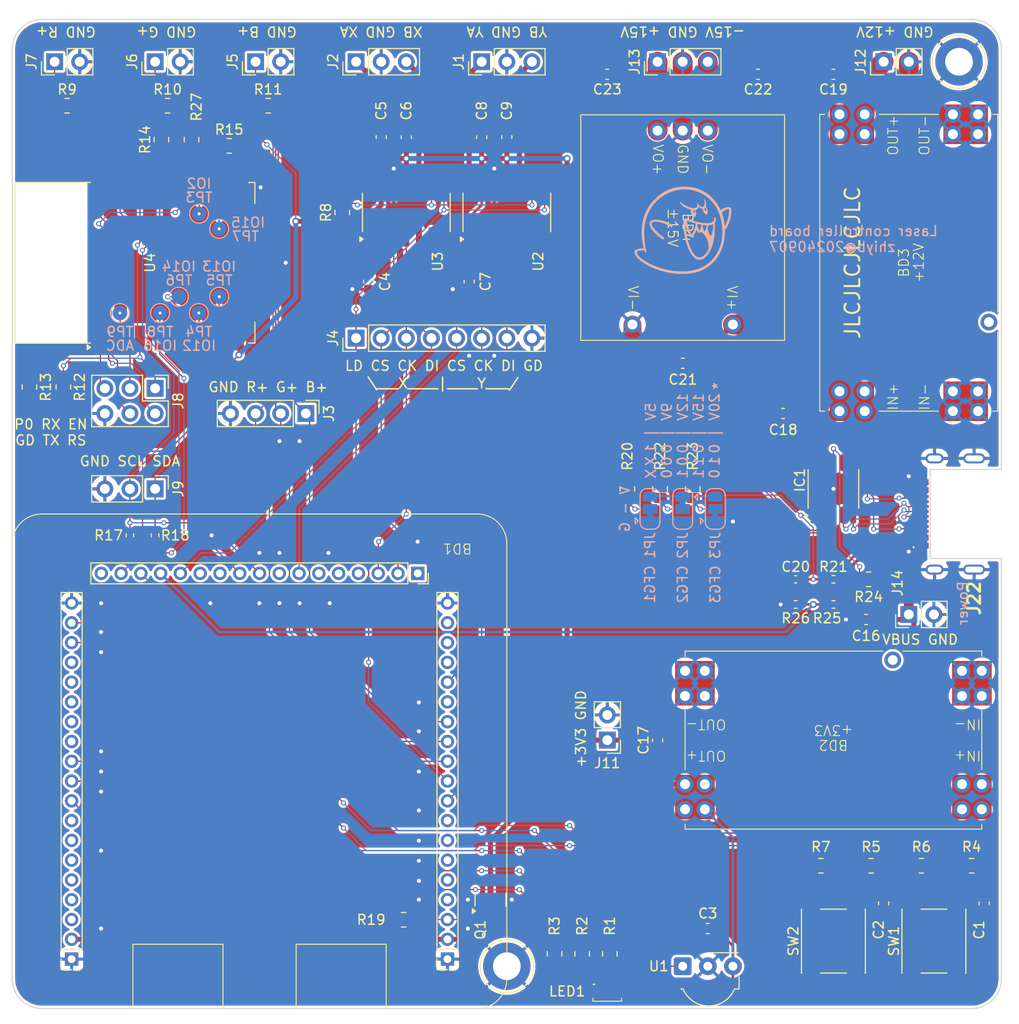
<source format=kicad_pcb>
(kicad_pcb (version 20240108) (generator "pcbnew") (generator_version "8.0")
  (layers (0 "F.Cu" signal) (31 "B.Cu" signal) (34 "B.Paste" user) (35 "F.Paste" user) (36 "B.SilkS" user "B.Silkscreen") (37 "F.SilkS" user "F.Silkscreen") (38 "B.Mask" user) (39 "F.Mask" user) (44 "Edge.Cuts" user))
  (net 0 "")
  (net 1 "GND")
  (net 2 "+3V3")
  (net 3 "Net-(LED1-K_GREEN)")
  (net 4 "Net-(LED1-K_BLUE)")
  (net 5 "Net-(LED1-K_RED)")
  (net 6 "/STM32F7/F7PB8")
  (net 7 "/STM32F7/F7PB9")
  (net 8 "/STM32F7/F7PA1")
  (net 9 "/STM32F7/F7PA0")
  (net 10 "/STM32F7/F7PA6")
  (net 11 "/STM32F7/F7PA2")
  (net 12 "/STM32F7/F7PA4")
  (net 13 "/STM32F7/F7PA10")
  (net 14 "/STM32F7/F7PA14")
  (net 15 "/STM32F7/F7PA9")
  (net 16 "/STM32F7/F7PA15")
  (net 17 "/STM32F7/F7PA13")
  (net 18 "/STM32F7/F7PC6")
  (net 19 "/STM32F7/F7PC7")
  (net 20 "/STM32F7/F7PC1")
  (net 21 "/STM32F7/F7PC10")
  (net 22 "/STM32F7/F7PC12")
  (net 23 "/STM32F7/F7PC9")
  (net 24 "/STM32F7/F7PC11")
  (net 25 "/STM32F7/F7PC8")
  (net 26 "/STM32F7/F7PC15")
  (net 27 "/STM32F7/F7PB3")
  (net 28 "/STM32F7/F7PB4")
  (net 29 "/STM32F7/F7PB6")
  (net 30 "/STM32F7/F7PB7")
  (net 31 "/STM32F7/F7PB2")
  (net 32 "/STM32F7/F7PB14")
  (net 33 "/STM32F7/F7PB15")
  (net 34 "VBUS")
  (net 35 "/Power/P_DM")
  (net 36 "/Power/P_CC2")
  (net 37 "/Power/P_DP")
  (net 38 "/Power/P_CC1")
  (net 39 "/Power/12V_EN")
  (net 40 "+12V")
  (net 41 "+15V")
  (net 42 "-15V")
  (net 43 "/Power/CFG2")
  (net 44 "/Power/CFG1")
  (net 45 "/Power/CFG3")
  (net 46 "/Power/PG")
  (net 47 "Net-(IC1-VBUS)")
  (net 48 "/STM32F7/F7PD2")
  (net 49 "Net-(J1-Pin_1)")
  (net 50 "Net-(J1-Pin_3)")
  (net 51 "Net-(J2-Pin_3)")
  (net 52 "Net-(J2-Pin_1)")
  (net 65 "/STM32F7/ESP8266/GPIO0")
  (net 66 "/STM32F7/ESP8266/EN")
  (net 67 "/STM32F7/ESP8266/RST")
  (net 68 "/STM32F7/ESP8266/GPIO2")
  (net 69 "/STM32F7/ESP8266/ADC")
  (net 70 "/STM32F7/ESP8266/GPIO3")
  (net 71 "/STM32F7/ESP8266/GPIO1")
  (net 72 "/STM32F7/ESP8266/GPIO15")
  (net 73 "/STM32F7/ESP8266/GPIO13")
  (net 74 "/STM32F7/ESP8266/GPIO12")
  (net 75 "/STM32F7/ESP8266/GPIO14")
  (net 76 "/BTN_1")
  (net 77 "Net-(R5-Pad1)")
  (net 78 "/BTN_2")
  (net 79 "/IR")
  (net 80 "/VSENSE")
  (net 81 "Net-(JP3-C)")
  (net 82 "/Power/CH_VDD")
  (net 83 "/STM32F7/Laser DAC/SHDN")
  (net 84 "/STM32F7/VF7_VBUS")
  (net 85 "/STM32F7/VF7")
  (net 104 "Net-(JP1-C)")
  (net 105 "Net-(JP2-C)")
  (net 106 "Net-(R4-Pad1)")
  (footprint "Resistor_SMD:R_0402_1005Metric" (layer "F.Cu") (at 219.21 109.144 180)
    (property "Reference" "R26")
    (property "Value" "2k2")
  )
  (footprint "Connector_PinHeader_2.54mm:PinHeader_1x02_P2.54mm_Vertical" (layer "F.Cu") (at 144.28 54.28 90)
    (property "Reference" "J7")
    (property "Value" "Conn_01x02_Pin")
  )
  (footprint "Capacitor_SMD:C_0603_1608Metric" (layer "F.Cu") (at 205.24 122.873 90)
    (property "Reference" "C17")
    (property "Value" "100n")
  )
  (footprint "Resistor_SMD:R_0402_1005Metric" (layer "F.Cu") (at 223.02 109.144 180)
    (property "Reference" "R25")
    (property "Value" "20k")
  )
  (footprint "Resistor_SMD:R_0805_2012Metric" (layer "F.Cu") (at 194.826 144.45 -90)
    (property "Reference" "R3")
    (property "Value" "330")
  )
  (footprint "Resistor_SMD:R_0805_2012Metric" (layer "F.Cu") (at 173.363 69.52 90)
    (property "Reference" "R8")
    (property "Value" "10k")
  )
  (footprint "Resistor_SMD:R_0805_2012Metric" (layer "F.Cu") (at 145.169 87.173 -90)
    (property "Reference" "R12")
    (property "Value" "10k")
  )
  (footprint "Connector_PinHeader_2.54mm:PinHeader_1x04_P2.54mm_Vertical" (layer "F.Cu") (at 169.68 89.84 -90)
    (property "Reference" "J3")
    (property "Value" "Conn_01x04_Pin")
  )
  (footprint "Resistor_SMD:R_0805_2012Metric" (layer "F.Cu") (at 158.123 62.154 90)
    (property "Reference" "R27")
    (property "Value" "10k")
  )
  (footprint "Resistor_SMD:R_0805_2012Metric" (layer "F.Cu") (at 226.83 135.56)
    (property "Reference" "R5")
    (property "Value" "10k")
  )
  (footprint "OptoDevice:Vishay_MOLD-3Pin" (layer "F.Cu") (at 207.78 145.72)
    (property "Reference" "U1")
    (property "Value" "TSDP341xx")
  )
  (footprint "Connector_PinHeader_2.54mm:PinHeader_1x03_P2.54mm_Vertical" (layer "F.Cu") (at 205.24 54.28 90)
    (property "Reference" "J13")
    (property "Value" "Conn_01x03_Pin")
  )
  (footprint "Connector_PinHeader_2.54mm:PinHeader_1x03_P2.54mm_Vertical" (layer "F.Cu") (at 154.44 97.46 -90)
    (property "Reference" "J9")
    (property "Value" "Conn_01x03_Pin")
  )
  (footprint "RF_Module:ESP-12E" (layer "F.Cu") (at 152.408 74.6 90)
    (property "Reference" "U4")
    (property "Value" "ESP-12F")
  )
  (footprint "Resistor_SMD:R_0805_2012Metric" (layer "F.Cu") (at 161.933 62.789 180)
    (property "Reference" "R15")
    (property "Value" "10k")
  )
  (footprint "Button_Switch_SMD:SW_Push_1P1T_NO_6x6mm_H9.5mm" (layer "F.Cu") (at 223.02 143.18 90)
    (property "Reference" "SW2")
    (property "Value" "SW_Push")
  )
  (footprint "Library:2169900001" (layer "F.Cu") (at 235.72 100 90)
    (property "Reference" "J10" (hide yes))
    (property "Value" "216990-0001" (hide yes))
  )
  (footprint "Package_SO:SSOP-10-1EP_3.9x4.9mm_P1mm_EP2.1x3.3mm" (layer "F.Cu") (at 223.02 97.46 90)
    (property "Reference" "IC1")
    (property "Value" "CH224K")
  )
  (footprint "Capacitor_SMD:C_0603_1608Metric" (layer "F.Cu") (at 187.46 61.9 90)
    (property "Reference" "C8")
    (property "Value" "100n")
  )
  (footprint "Capacitor_SMD:C_0603_1608Metric" (layer "F.Cu") (at 215.4 55.55)
    (property "Reference" "C22")
    (property "Value" "100n")
  )
  (footprint "Resistor_SMD:R_0805_2012Metric" (layer "F.Cu") (at 205.494 97.46 90)
    (property "Reference" "R22")
    (property "Value" "10k")
  )
  (footprint "Connector_PinHeader_2.54mm:PinHeader_1x02_P2.54mm_Vertical" (layer "F.Cu") (at 154.44 54.28 90)
    (property "Reference" "J6")
    (property "Value" "Conn_01x02_Pin")
  )
  (footprint "Package_SO:SOIC-14_3.9x8.7mm_P1.27mm" (layer "F.Cu") (at 179.84 69.52 90)
    (property "Reference" "U3")
    (property "Value" "MCP4922")
  )
  (footprint "Resistor_SMD:R_0805_2012Metric" (layer "F.Cu") (at 155.71 58.725)
    (property "Reference" "R10")
    (property "Value" "10k")
  )
  (footprint "Resistor_SMD:R_0402_1005Metric" (layer "F.Cu") (at 151.9 102.159 90)
    (property "Reference" "R17")
    (property "Value" "2k2")
  )
  (footprint "Connector_PinHeader_2.54mm:PinHeader_2x03_P2.54mm_Vertical" (layer "F.Cu") (at 154.44 87.3 -90)
    (property "Reference" "J8")
    (property "Value" "Conn_02x03_Odd_Even")
  )
  (footprint "Resistor_SMD:R_0805_2012Metric" (layer "F.Cu") (at 221.75 135.56 180)
    (property "Reference" "R7")
    (property "Value" "10k")
  )
  (footprint "Resistor_SMD:R_0805_2012Metric" (layer "F.Cu") (at 236.99 135.56)
    (property "Reference" "R4")
    (property "Value" "10k")
  )
  (footprint "Capacitor_SMD:C_0603_1608Metric" (layer "F.Cu") (at 226.322 110.668 180)
    (property "Reference" "C16")
    (property "Value" "100n")
  )
  (footprint "Capacitor_SMD:C_0603_1608Metric" (layer "F.Cu") (at 238.26 139.37 -90)
    (property "Reference" "C1")
    (property "Value" "100n")
  )
  (footprint "Resistor_SMD:R_0805_2012Metric" (layer "F.Cu") (at 141.74 87.173 -90)
    (property "Reference" "R13")
    (property "Value" "10k")
  )
  (footprint "TestPoint:TestPoint_Loop_D3.80mm_Drill2.8mm" (layer "F.Cu") (at 190 145.72)
    (property "Reference" "TP2" (hide yes))
    (property "Value" "TestPoint_Probe")
  )
  (footprint "Capacitor_SMD:C_0603_1608Metric" (layer "F.Cu") (at 186.19 76.505 -90)
    (property "Reference" "C7")
    (property "Value" "100n")
  )
  (footprint "Connector_PinHeader_2.54mm:PinHeader_1x02_P2.54mm_Vertical" (layer "F.Cu") (at 200.16 122.86 180)
    (property "Reference" "J11")
    (property "Value" "Conn_01x02_Pin")
  )
  (footprint "Library:Mini560" (layer "F.Cu") (at 223.02 122.86 180)
    (property "Reference" "BD2")
    (property "Value" "+3V3")
  )
  (footprint "Connector_PinHeader_2.54mm:PinHeader_1x03_P2.54mm_Vertical" (layer "F.Cu") (at 187.46 54.28 90)
    (property "Reference" "J1")
    (property "Value" "Conn_01x03_Pin")
  )
  (footprint "Capacitor_SMD:C_0603_1608Metric" (layer "F.Cu") (at 223.02 55.55 180)
    (property "Reference" "C19")
    (property "Value" "100n")
  )
  (footprint "Capacitor_SMD:C_0402_1005Metric" (layer "F.Cu") (at 219.21 106.604 180)
    (property "Reference" "C20")
    (property "Value" "1u")
  )
  (footprint "Capacitor_SMD:C_0603_1608Metric" (layer "F.Cu") (at 200.16 55.55 180)
    (property "Reference" "C23")
    (property "Value" "100n")
  )
  (footprint "Connector_PinHeader_2.54mm:PinHeader_1x02_P2.54mm_Vertical" (layer "F.Cu") (at 230.64 110.16 90)
    (property "Reference" "J14")
    (property "Value" "Conn_01x02_Pin")
  )
  (footprint "Resistor_SMD:R_0402_1005Metric" (layer "F.Cu") (at 223.02 106.604 180)
    (property "Reference" "R21")
    (property "Value" "1k")
  )
  (footprint "Resistor_SMD:R_0805_2012Metric" (layer "F.Cu") (at 165.87 58.725)
    (property "Reference" "R11")
    (property "Value" "10k")
  )
  (footprint "Connector_PinHeader_2.54mm:PinHeader_1x02_P2.54mm_Vertical" (layer "F.Cu") (at 228.1 54.28 90)
    (property "Reference" "J12")
    (property "Value" "Conn_01x02_Pin")
  )
  (footprint "Resistor_SMD:R_0805_2012Metric" (layer "F.Cu") (at 231.91 135.56 180)
    (property "Reference" "R6")
    (property "Value" "10k")
  )
  (footprint "Library:BD_STM32F7" (layer "F.Cu") (at 190 100 180)
    (property "Reference" "BD1")
    (property "Value" "STM32F7")
  )
  (footprint "Resistor_SMD:R_0805_2012Metric" (layer "F.Cu") (at 155.075 62.154 90)
    (property "Reference" "R14")
    (property "Value" "10k")
  )
  (footprint "Package_SO:SOIC-14_3.9x8.7mm_P1.27mm" (layer "F.Cu") (at 190 69.52 90)
    (property "Reference" "U2")
    (property "Value" "MCP4922")
  )
  (footprint "Library:DM17" (layer "F.Cu") (at 207.78 71.044 -90)
    (property "Reference" "BD4")
    (property "Value" "±15V")
  )
  (footprint "TestPoint:TestPoint_Loop_D3.80mm_Drill2.8mm" (layer "F.Cu") (at 235.72 54.28)
    (property "Reference" "TP1" (hide yes))
    (property "Value" "TestPoint_Probe")
  )
  (footprint "Library:Mini560" (layer "F.Cu") (at 230.64 74.6 90)
    (property "Reference" "BD3")
    (property "Value" "+12V")
  )
  (footprint "Connector_PinHeader_2.54mm:PinHeader_1x02_P2.54mm_Vertical" (layer "F.Cu") (at 164.6 54.28 90)
    (property "Reference" "J5")
    (property "Value" "Conn_01x02_Pin")
  )
  (footprint "Capacitor_SMD:C_0603_1608Metric" (layer "F.Cu") (at 176.03 76.505 -90)
    (property "Reference" "C4")
    (property "Value" "100n")
  )
  (footprint "Capacitor_SMD:C_0603_1608Metric" (layer "F.Cu") (at 207.793 84.76 180)
    (property "Reference" "C21")
    (property "Value" "100n")
  )
  (footprint "Resistor_SMD:R_0805_2012Metric" (layer "F.Cu") (at 145.55 58.725)
    (property "Reference" "R9")
    (property "Value" "10k")
  )
  (footprint "Resistor_SMD:R_0805_2012Metric" (layer "F.Cu") (at 202.192 97.46 90)
    (property "Reference" "R20")
    (property "Value" "10k")
  )
  (footprint "Capacitor_SMD:C_0603_1608Metric" (layer "F.Cu") (at 179.84 61.9 90)
    (property "Reference" "C6")
    (property "Value" "100n")
  )
  (footprint "Resistor_SMD:R_0805_2012Metric" (layer "F.Cu") (at 197.62 144.45 -90)
    (property "Reference" "R2")
    (property "Value" "330")
  )
  (footprint "Package_TO_SOT_SMD:SOT-23" (layer "F.Cu") (at 188.349 138.989 90)
    (property "Reference" "Q1")
    (property "Value" "DMG2301L")
  )
  (footprint "Capacitor_SMD:C_0603_1608Metric" (layer "F.Cu") (at 210.32 141.91 180)
    (property "Reference" "C3")
    (property "Value" "100n")
  )
  (footprint "Connector_PinHeader_2.54mm:PinHeader_1x08_P2.54mm_Vertical" (layer "F.Cu") (at 174.76 82.22 90)
    (property "Reference" "J4")
    (property "Value" "Conn_01x08_Pin")
  )
  (footprint "Resistor_SMD:R_0805_2012Metric" (layer "F.Cu") (at 208.796 97.46 90)
    (property "Reference" "R23")
    (property "Value" "10k")
  )
  (footprint "Button_Switch_SMD:SW_Push_1P1T_NO_6x6mm_H9.5mm" (layer "F.Cu") (at 233.18 143.18 90)
    (property "Reference" "SW1")
    (property "Value" "SW_Push")
  )
  (footprint "Resistor_SMD:R_0805_2012Metric" (layer "F.Cu") (at 200.414 144.45 -90)
    (property "Reference" "R1")
    (property "Value" "330")
  )
  (footprint "Resistor_SMD:R_0805_2012Metric" (layer "F.Cu") (at 179.5625 141.021)
    (property "Reference" "R19")
    (property "Value" "10k")
  )
  (footprint "Capacitor_SMD:C_0603_1608Metric" (layer "F.Cu") (at 217.94 89.84 180)
    (property "Reference" "C18")
    (property "Value" "100n")
  )
  (footprint "Resistor_SMD:R_0805_2012Metric" (layer "F.Cu") (at 226.576 106.604 180)
    (property "Reference" "R24")
    (property "Value" "10k")
  )
  (footprint "Capacitor_SMD:C_0603_1608Metric" (layer "F.Cu") (at 228.1 139.37 -90)
    (property "Reference" "C2")
    (property "Value" "100n")
  )
  (footprint "Connector_PinHeader_2.54mm:PinHeader_1x03_P2.54mm_Vertical" (layer "F.Cu") (at 174.76 54.28 90)
    (property "Reference" "J2")
    (property "Value" "Conn_01x03_Pin")
  )
  (footprint "Capacitor_SMD:C_0603_1608Metric" (layer "F.Cu") (at 190 61.9 90)
    (property "Reference" "C9")
    (property "Value" "100n")
  )
  (footprint "Library:MSL0601RGBU1" (layer "F.Cu") (at 200.16 148.26 180)
    (property "Reference" "LED1")
    (property "Value" "MSL0601RGBU1" (hide yes))
  )
  (footprint "Resistor_SMD:R_0402_1005Metric" (layer "F.Cu") (at 154.44 102.159 90)
    (property "Reference" "R18")
    (property "Value" "2k2")
  )
  (footprint "Capacitor_SMD:C_0603_1608Metric" (layer "F.Cu") (at 177.3 61.9 90)
    (property "Reference" "C5")
    (property "Value" "100n")
  )
  (footprint "TestPoint:TestPoint_Pad_D1.5mm" (layer "B.Cu") (at 156.853 78.029 180)
    (property "Reference" "TP6")
    (property "Value" "TestPoint")
  )
  (footprint "TestPoint:TestPoint_Pad_D1.5mm" (layer "B.Cu") (at 160.926 78.029 180)
    (property "Reference" "TP5")
    (property "Value" "TestPoint")
  )
  (footprint "TestPoint:TestPoint_Pad_D1.5mm" (layer "B.Cu") (at 154.948 79.68 180)
    (property "Reference" "TP8")
    (property "Value" "TestPoint")
  )
  (footprint "TestPoint:TestPoint_Pad_D1.5mm" (layer "B.Cu") (at 158.885 69.647 180)
    (property "Reference" "TP3")
    (property "Value" "TestPoint")
  )
  (footprint "TestPoint:TestPoint_Pad_D1.5mm" (layer "B.Cu") (at 150.884 79.68 180)
    (property "Reference" "TP9")
    (property "Value" "TestPoint")
  )
  (footprint "Jumper:SolderJumper-3_P1.3mm_Bridged12_RoundedPad1.0x1.5mm" (layer "B.Cu") (at 207.78 99.492 -90)
    (property "Reference" "JP2")
    (property "Value" "SolderJumper_3_Bridged12")
  )
  (footprint "LOGO" (layer "B.Cu") (at 207.78 71.298 180)
    (property "Reference" "" (hide yes))
    (property "Value" "LOGO" (hide yes))
  )
  (footprint "Jumper:SolderJumper-3_P1.3mm_Bridged12_RoundedPad1.0x1.5mm" (layer "B.Cu") (at 211.082 99.492 90)
    (property "Reference" "JP3")
    (property "Value" "SolderJumper_3_Bridged12")
  )
  (footprint "TestPoint:TestPoint_Pad_D1.5mm" (layer "B.Cu") (at 158.862 79.68 180)
    (property "Reference" "TP4")
    (property "Value" "TestPoint")
  )
  (footprint "LOGO" (layer "B.Cu") (at 207.78 71.298 180)
    (property "Reference" "" (hide yes))
    (property "Value" "LOGO" (hide yes))
  )
  (footprint "Jumper:SolderJumper-3_P1.3mm_Bridged12_RoundedPad1.0x1.5mm" (layer "B.Cu") (at 204.478 99.492 90)
    (property "Reference" "JP1")
    (property "Value" "SolderJumper_3_Bridged12")
  )
  (footprint "TestPoint:TestPoint_Pad_D1.5mm" (layer "B.Cu") (at 160.917 71.171 180)
    (property "Reference" "TP7")
    (property "Value" "TestPoint")
  )
  (gr_line (start 140 53) (end 140 100) (stroke (width 0.1)) (layer "Edge.Cuts"))
  (gr_line (start 240 95.5) (end 240 53) (stroke (width 0.1)) (layer "Edge.Cuts"))
  (gr_line (start 240 104.5) (end 232.8 104.5) (stroke (width 0.1)) (layer "Edge.Cuts"))
  (gr_arc (start 237 50) (mid 239.12132 50.87868) (end 240 53) (stroke (width 0.1)) (layer "Edge.Cuts"))
  (gr_arc (start 240 147) (mid 239.12132 149.12132) (end 237 150) (stroke (width 0.1)) (layer "Edge.Cuts"))
  (gr_line (start 237 50) (end 143 50) (stroke (width 0.1)) (layer "Edge.Cuts"))
  (gr_line (start 232.8 104.5) (end 232.8 95.5) (stroke (width 0.1)) (layer "Edge.Cuts"))
  (gr_line (start 232.8 95.5) (end 240 95.5) (stroke (width 0.1)) (layer "Edge.Cuts"))
  (gr_line (start 143 150) (end 237 150) (stroke (width 0.1)) (layer "Edge.Cuts"))
  (gr_arc (start 140 53) (mid 140.87868 50.87868) (end 143 50) (stroke (width 0.1)) (layer "Edge.Cuts"))
  (gr_line (start 140 100) (end 140 147) (stroke (width 0.1)) (layer "Edge.Cuts"))
  (gr_arc (start 143 150) (mid 140.87868 149.12132) (end 140 147) (stroke (width 0.1)) (layer "Edge.Cuts"))
  (gr_line (start 240 147) (end 240 104.5) (stroke (width 0.1)) (layer "Edge.Cuts"))
  (gr_text "CFG1" (at 204.478 107.112 90) (layer "B.SilkS") (effects (font (size 1 1)) (justify mirror)))
  (gr_text "Power" (at 236.101 109.017 90) (layer "B.SilkS") (effects (font (size 1 1)) (justify mirror)))
  (gr_text "1\n0\n0\n0\n0" (at 207.78 93.396 90) (layer "B.SilkS") (effects (font (size 1 1)) (justify mirror)))
  (gr_text "V - G" (at 201.938 99.492 90) (layer "B.SilkS") (effects (font (size 1 1)) (justify mirror)))
  (gr_text "ADC" (at 150.884 82.982 0) (layer "B.SilkS") (effects (font (size 1 1)) (justify mirror)))
  (gr_text "CFG2" (at 207.78 107.112 90) (layer "B.SilkS") (effects (font (size 1 1)) (justify mirror)))
  (gr_text "X\n0\n1\n1\n0" (at 207.78 95.936 90) (layer "B.SilkS") (effects (font (size 1 1)) (justify mirror)))
  (gr_text "IO14" (at 156.853 74.981 0) (layer "B.SilkS") (effects (font (size 1 1)) (justify mirror)))
  (gr_text "IO15" (at 163.838 70.536 0) (layer "B.SilkS") (effects (font (size 1 1)) (justify mirror)))
  (gr_text "5V |\n9V |\n12V |\n15V |\n20V |" (at 207.78 92.38 90) (layer "B.SilkS") (effects (font (size 1 1)) (justify right mirror)))
  (gr_text "IO16" (at 154.948 82.982 0) (layer "B.SilkS") (effects (font (size 1 1)) (justify mirror)))
  (gr_text "IO12" (at 158.885 82.982 0) (layer "B.SilkS") (effects (font (size 1 1)) (justify mirror)))
  (gr_text "IO2" (at 158.885 66.599 0) (layer "B.SilkS") (effects (font (size 1 1)) (justify mirror)))
  (gr_text "X\n0\n0\n1\n1" (at 207.78 94.666 90) (layer "B.SilkS") (effects (font (size 1 1)) (justify mirror)))
  (gr_text "IO13" (at 160.917 74.981 0) (layer "B.SilkS") (effects (font (size 1 1)) (justify mirror)))
  (gr_text "Laser controller board\nzhiyb@20240907" (at 216.416 73.584 0) (layer "B.SilkS") (effects (font (size 1 1)) (justify right bottom mirror)))
  (gr_text "CFG3" (at 211.082 107.112 90) (layer "B.SilkS") (effects (font (size 1 1)) (justify mirror)))
  (gr_text "*" (at 211.336 87.046 90) (layer "B.SilkS") (effects (font (size 1 1)) (justify mirror)))
  (gr_text "JLCJLCJLCJLC" (at 224.9504 74.6 90) (layer "F.SilkS") (effects (font (size 1.5 1.5) (thickness 0.2))))
  (gr_text "J22" (at 237.244 108.509 90) (layer "F.SilkS") (effects (font (size 1.27 1.27) (thickness 0.254))))
  (gr_text "XB GND XA" (at 177.3 51.232 180) (layer "F.SilkS") (effects (font (size 1 1))))
  (gr_text "GND R+" (at 145.423 51.232 180) (layer "F.SilkS") (effects (font (size 1 1))))
  (gr_text "GND G+" (at 155.583 51.232 180) (layer "F.SilkS") (effects (font (size 1 1))))
  (gr_text "VBUS GND" (at 231.783 112.7 0) (layer "F.SilkS") (effects (font (size 1 1))))
  (gr_text "GND R+ G+ B+" (at 165.87 87.173 0) (layer "F.SilkS") (effects (font (size 1 1))))
  (gr_text "+3V3 GND" (at 197.493 121.717 90) (layer "F.SilkS") (effects (font (size 1 1))))
  (gr_text "GND B+" (at 165.743 51.232 180) (layer "F.SilkS") (effects (font (size 1 1))))
  (gr_text "-15V GND +15V" (at 207.78 51.232 180) (layer "F.SilkS") (effects (font (size 1 1))))
  (gr_text "GND +12V" (at 229.243 51.232 180) (layer "F.SilkS") (effects (font (size 1 1))))
  (gr_text "GND SCL SDA" (at 151.9 94.666 0) (layer "F.SilkS") (effects (font (size 1 1))))
  (gr_text "YB GND YA" (at 190 51.232 180) (layer "F.SilkS") (effects (font (size 1 1))))
  (gr_text "LD CS CK DI CS CK DI GD" (at 183.65 85.014 0) (layer "F.SilkS") (effects (font (size 1 1))))
  (gr_text "\\___X____|____Y___/" (at 183.65 86.792 0) (layer "F.SilkS") (effects (font (size 1 1))))
  (gr_text "P0 RX EN\nGD TX RS" (at 143.899 91.745 0) (layer "F.SilkS") (effects (font (size 1 1))))
  (segment (start 232.095 96.65) (end 231.1 96.65) (width 0.254) (layer "F.Cu") (net 1))
  (segment (start 232.912 59.6) (end 235.1 59.6) (width 2) (layer "F.Cu") (net 1))
  (segment (start 231.1 103.35) (end 230.64 103.81) (width 0.254) (layer "F.Cu") (net 1))
  (segment (start 207.78 61.244) (end 207.78 54.28) (width 2) (layer "F.Cu") (net 1))
  (segment (start 218.7 109.144) (end 217.686 109.144) (width 0.254) (layer "F.Cu") (net 1))
  (segment (start 232.095 103.35) (end 231.1 103.35) (width 0.254) (layer "F.Cu") (net 1))
  (segment (start 218.7 109.144) (end 218.7 106.634) (width 0.254) (layer "F.Cu") (net 1))
  (segment (start 202.7 80.844) (end 202.7 83.744) (width 1.8) (layer "F.Cu") (net 1))
  (segment (start 235.1 89.6) (end 232.559 89.6) (width 1.8) (layer "F.Cu") (net 1))
  (segment (start 225.547 110.668) (end 224.29 110.668) (width 0.254) (layer "F.Cu") (net 1))
  (segment (start 218.7 106.634) (end 218.73 106.604) (width 0.254) (layer "F.Cu") (net 1))
  (segment (start 231.1 96.65) (end 230.64 96.19) (width 0.254) (layer "F.Cu") (net 1))
  (segment (start 230.64 57.328) (end 232.912 59.6) (width 2) (layer "F.Cu") (net 1))
  (segment (start 230.64 54.28) (end 230.64 57.328) (width 2) (layer "F.Cu") (net 1))
  (via (at 230.64 103.81) (size 0.7) (drill 0.4) (layers "F.Cu" "B.Cu") (net 1))
  (via (at 190.508 138.989) (size 0.7) (drill 0.4) (layers "F.Cu" "B.Cu") (net 1))
  (via (at 148.979 126.035) (size 0.7) (drill 0.4) (layers "F.Cu" "B.Cu") (net 1))
  (via (at 181.11 138.989) (size 0.7) (drill 0.4) (layers "F.Cu" "B.Cu") (net 1))
  (via (at 181.11 133.02) (size 0.7) (drill 0.4) (layers "F.Cu" "B.Cu") (net 1))
  (via (at 186.063 141.91) (size 0.7) (drill 0.4) (layers "F.Cu" "B.Cu") (net 1))
  (via (at 148.979 111.938) (size 0.7) (drill 0.4) (layers "F.Cu" "B.Cu") (net 1))
  (via (at 181.11 119.05) (size 0.7) (drill 0.4) (layers "F.Cu" "B.Cu") (net 1))
  (via (at 181.11 137.084) (size 0.7) (drill 0.4) (layers "F.Cu" "B.Cu") (net 1))
  (via (at 148.979 109.017) (size 0.7) (drill 0.4) (layers "F.Cu" "B.Cu") (net 1))
  (via (at 186.063 138.989) (size 0.7) (drill 0.4) (layers "F.Cu" "B.Cu") (net 1))
  (via (at 181.11 121.971) (size 0.7) (drill 0.4) (layers "F.Cu" "B.Cu") (net 1))
  (via (at 164.981 109.017) (size 0.7) (drill 0.4) (layers "F.Cu" "B.Cu") (net 1))
  (via (at 167.013 103.937) (size 0.7) (drill 0.4) (layers "F.Cu" "B.Cu") (net 1))
  (via (at 148.979 124.003) (size 0.7) (drill 0.4) (layers "F.Cu" "B.Cu") (net 1))
  (via (at 181.11 129.972) (size 0.7) (drill 0.4) (layers "F.Cu" "B.Cu") (net 1))
  (via (at 180.983 102.794) (size 0.7) (drill 0.4) (layers "F.Cu" "B.Cu") (net 1))
  (via (at 169.045 109.017) (size 0.7) (drill 0.4) (layers "F.Cu" "B.Cu") (net 1))
  (via (at 181.11 135.052) (size 0.7) (drill 0.4) (layers "F.Cu" "B.Cu") (net 1))
  (via (at 171.966 103.937) (size 0.7) (drill 0.4) (layers "F.Cu" "B.Cu") (net 1))
  (via (at 178.57 65.075) (size 0.7) (drill 0.4) (layers "F.Cu" "B.Cu") (net 1))
  (via (at 181.11 126.035) (size 0.7) (drill 0.4) (layers "F.Cu" "B.Cu") (net 1))
  (via (at 186.19 83.998) (size 0.7) (drill 0.4) (layers "F.Cu" "B.Cu") (net 1))
  (via (at 174.379 77.267) (size 0.7) (drill 0.4) (layers "F.Cu" "B.Cu") (net 1))
  (via (at 167.013 109.017) (size 0.7) (drill 0.4) (layers "F.Cu" "B.Cu") (net 1))
  (via (at 230.64 96.19) (size 0.7) (drill 0.4) (layers "F.Cu" "B.Cu") (net 1))
  (via (at 224.29 110.668) (size 0.7) (drill 0.4) (layers "F.Cu" "B.Cu") (net 1))
  (via (at 160.155 102.159) (size 0.7) (drill 0.4) (layers "F.Cu" "B.Cu") (net 1))
  (via (at 148.979 134.036) (size 0.7) (drill 0.4) (layers "F.Cu" "B.Cu") (net 1))
  (via (at 188.73 65.075) (size 0.7) (drill 0.4) (layers "F.Cu" "B.Cu") (net 1))
  (via (at 167.648 74.6) (size 0.7) (drill 0.4) (layers "F.Cu" "B.Cu") (net 1))
  (via (at 148.979 128.067) (size 0.7) (drill 0.4) (layers "F.Cu" "B.Cu") (net 1))
  (via (at 160.028 109.017) (size 0.7) (drill 0.4) (layers "F.Cu" "B.Cu") (net 1))
  (via (at 217.686 109.144) (size 0.7) (drill 0.4) (layers "F.Cu" "B.Cu") (net 1))
  (via (at 223.02 97.46) (size 0.7) (drill 0.4) (layers "F.Cu" "B.Cu") (net 1))
  (via (at 188.73 83.998) (size 0.7) (drill 0.4) (layers "F.Cu" "B.Cu") (net 1))
  (via (at 169.045 92.634) (size 0.7) (drill 0.4) (layers "F.Cu" "B.Cu") (net 1))
  (via (at 148.979 113.97) (size 0.7) (drill 0.4) (layers "F.Cu" "B.Cu") (net 1))
  (via (at 165.108 66.98) (size 0.7) (drill 0.4) (layers "F.Cu" "B.Cu") (net 1))
  (via (at 172.093 109.017) (size 0.7) (drill 0.4) (layers "F.Cu" "B.Cu") (net 1))
  (via (at 184.539 77.267) (size 0.7) (drill 0.4) (layers "F.Cu" "B.Cu") (net 1))
  (via (at 148.979 141.91) (size 0.7) (drill 0.4) (layers "F.Cu" "B.Cu") (net 1))
  (via (at 167.013 92.634) (size 0.7) (drill 0.4) (layers "F.Cu" "B.Cu") (net 1))
  (via (at 164.981 103.937) (size 0.7) (drill 0.4) (layers "F.Cu" "B.Cu") (net 1))
  (via (at 212.86 100.762) (size 0.7) (drill 0.4) (layers "F.Cu" "B.Cu") (net 1))
  (segment (start 207.78 100.792) (end 211.082 100.792) (width 0.254) (layer "B.Cu") (net 1))
  (segment (start 204.478 100.792) (end 207.78 100.792) (width 0.254) (layer "B.Cu") (net 1))
  (segment (start 211.082 100.792) (end 212.83 100.792) (width 0.254) (layer "B.Cu") (net 1))
  (segment (start 212.83 100.792) (end 212.86 100.762) (width 0.254) (layer "B.Cu") (net 1))
  (segment (start 173.3865 70.409) (end 173.363 70.4325) (width 0.508) (layer "F.Cu") (net 2))
  (segment (start 230.894 139.241) (end 230.93 139.205) (width 0.127) (layer "F.Cu") (net 2))
  (segment (start 145.169 91.999) (end 146.82 93.65) (width 0.127) (layer "F.Cu") (net 2))
  (segment (start 162.908 83.912) (end 162.908 82.2) (width 0.254) (layer "F.Cu") (net 2))
  (segment (start 179.84 62.675) (end 179.84 64.059) (width 0.508) (layer "F.Cu") (net 2))
  (segment (start 186.19 71.995) (end 186.19 70.028) (width 0.254) (layer "F.Cu") (net 2))
  (segment (start 146.82 93.65) (end 153.17 93.65) (width 0.127) (layer "F.Cu") (net 2))
  (segment (start 212.86 148.26) (end 219.665 148.26) (width 0.254) (layer "F.Cu") (net 2))
  (segment (start 186.19 70.028) (end 187.46 68.758) (width 0.254) (layer "F.Cu") (net 2))
  (segment (start 179.84 67.045) (end 179.84 64.059) (width 0.508) (layer "F.Cu") (net 2))
  (segment (start 153.17 102.669) (end 154.44 102.669) (width 0.127) (layer "F.Cu") (net 2))
  (segment (start 153.17 102.669) (end 153.17 93.65) (width 0.127) (layer "F.Cu") (net 2))
  (segment (start 190 67.045) (end 190 64.059) (width 0.508) (layer "F.Cu") (net 2))
  (segment (start 151.9 102.669) (end 153.17 102.669) (width 0.127) (layer "F.Cu") (net 2))
  (segment (start 198.509 122.86) (end 200.16 122.86) (width 0.508) (layer "F.Cu") (net 2))
  (segment (start 164.3225 61.2415) (end 165.743 62.662) (width 0.127) (layer "F.Cu") (net 2))
  (segment (start 190 62.675) (end 190 64.059) (width 0.508) (layer "F.Cu") (net 2))
  (segment (start 187.46 62.675) (end 187.46 64.059) (width 0.508) (layer "F.Cu") (net 2))
  (segment (start 177.3 67.045) (end 177.3 68.758) (width 0.508) (layer "F.Cu") (net 2))
  (segment (start 220.77 147.155) (end 222.383 148.768) (width 0.127) (layer "F.Cu") (net 2))
  (segment (start 212.86 145.72) (end 212.86 143.675) (width 0.254) (layer "F.Cu") (net 2))
  (segment (start 158.25 91.11) (end 158.25 88.57) (width 0.127) (layer "F.Cu") (net 2))
  (segment (start 176.03 70.409) (end 176.03 70.028) (width 0.508) (layer "F.Cu") (net 2))
  (segment (start 188.349 138.0515) (end 188.349 133.02) (width 0.508) (layer "F.Cu") (net 2))
  (segment (start 205.24 123.749) (end 203.97 125.019) (width 0.508) (layer "F.Cu") (net 2))
  (segment (start 219.665 148.26) (end 220.77 147.155) (width 0.254) (layer "F.Cu") (net 2))
  (segment (start 176.03 75.39) (end 176.03 71.995) (width 0.254) (layer "F.Cu") (net 2))
  (segment (start 177.3 68.758) (end 176.03 70.028) (width 0.508) (layer "F.Cu") (net 2))
  (segment (start 186.19 75.39) (end 186.19 71.995) (width 0.254) (layer "F.Cu") (net 2))
  (segment (start 158.123 61.2415) (end 164.3225 61.2415) (width 0.127) (layer "F.Cu") (net 2))
  (segment (start 179.84 64.059) (end 177.3 64.059) (width 0.508) (layer "F.Cu") (net 2))
  (segment (start 177.3 62.675) (end 177.3 64.059) (width 0.508) (layer "F.Cu") (net 2))
  (segment (start 201.811 122.86) (end 203.97 125.019) (width 0.508) (layer "F.Cu") (net 2))
  (segment (start 200.16 122.86) (end 201.811 122.86) (width 0.508) (layer "F.Cu") (net 2))
  (segment (start 145.169 88.0855) (end 145.169 91.999) (width 0.127) (layer "F.Cu") (net 2))
  (segment (start 222.383 148.768) (end 229.317 148.768) (width 0.127) (layer "F.Cu") (net 2))
  (segment (start 206.271 127.32) (end 208.02 127.32) (width 0.508) (layer "F.Cu") (net 2))
  (segment (start 188.349 133.02) (end 198.509 122.86) (width 0.508) (layer "F.Cu") (net 2))
  (segment (start 141.74 88.0855) (end 145.169 88.0855) (width 0.127) (layer "F.Cu") (net 2))
  (segment (start 212.86 143.675) (end 211.095 141.91) (width 0.254) (layer "F.Cu") (net 2))
  (segment (start 220.734 139.241) (end 220.77 139.205) (width 0.127) (layer "F.Cu") (net 2))
  (segment (start 212.86 145.72) (end 212.86 148.26) (width 0.254) (layer "F.Cu") (net 2))
  (segment (start 205.24 123.648) (end 205.24 123.749) (width 0.508) (layer "F.Cu") (net 2))
  (segment (start 176.03 70.409) (end 173.3865 70.409) (width 0.508) (layer "F.Cu") (net 2))
  (segment (start 203.97 125.019) (end 206.271 127.32) (width 0.508) (layer "F.Cu") (net 2))
  (segment (start 158.25 88.57) (end 162.908 83.912) (width 0.127) (layer "F.Cu") (net 2))
  (segment (start 153.17 93.65) (end 155.71 93.65) (width 0.127) (layer "F.Cu") (net 2))
  (segment (start 229.317 148.768) (end 230.93 147.155) (width 0.127) (layer "F.Cu") (net 2))
  (segment (start 198.509 122.86) (end 196.096 120.447) (width 0.508) (layer "F.Cu") (net 2))
  (segment (start 187.46 67.045) (end 187.46 64.059) (width 0.508) (layer "F.Cu") (net 2))
  (segment (start 155.075 61.2415) (end 158.123 61.2415) (width 0.127) (layer "F.Cu") (net 2))
  (segment (start 190 64.059) (end 187.46 64.059) (width 0.508) (layer "F.Cu") (net 2))
  (segment (start 187.46 68.758) (end 187.46 67.045) (width 0.254) (layer "F.Cu") (net 2))
  (segment (start 230.93 147.155) (end 230.93 139.205) (width 0.127) (layer "F.Cu") (net 2))
  (segment (start 200.0705 122.9495) (end 200.16 122.86) (width 0.127) (layer "F.Cu") (net 2))
  (segment (start 201.51 148.26) (end 212.86 148.26) (width 0.254) (layer "F.Cu") (net 2))
  (segment (start 168.664 70.409) (end 173.3395 70.409) (width 0.508) (layer "F.Cu") (net 2))
  (segment (start 173.3395 70.409) (end 173.363 70.4325) (width 0.508) (layer "F.Cu") (net 2))
  (segment (start 176.03 71.995) (end 176.03 70.409) (width 0.508) (layer "F.Cu") (net 2))
  (segment (start 177.3 64.059) (end 177.3 67.045) (width 0.508) (layer "F.Cu") (net 2))
  (segment (start 220.77 147.155) (end 220.77 139.205) (width 0.127) (layer "F.Cu") (net 2))
  (segment (start 196.096 120.447) (end 196.096 82.22) (width 0.508) (layer "F.Cu") (net 2))
  (segment (start 155.71 93.65) (end 158.25 91.11) (width 0.127) (layer "F.Cu") (net 2))
  (segment (start 196.096 82.22) (end 196.096 64.059) (width 0.508) (layer "F.Cu") (net 2))
  (via (at 196.096 64.059) (size 0.7) (drill 0.4) (layers "F.Cu" "B.Cu") (net 2))
  (via (at 162.908 83.912) (size 0.7) (drill 0.4) (layers "F.Cu" "B.Cu") (net 2))
  (via (at 165.743 62.662) (size 0.5) (drill 0.3) (layers "F.Cu" "B.Cu") (net 2))
  (via (at 187.46 64.059) (size 0.7) (drill 0.4) (layers "F.Cu" "B.Cu") (net 2))
  (via (at 190 64.059) (size 0.7) (drill 0.4) (layers "F.Cu" "B.Cu") (net 2))
  (via (at 179.84 64.059) (size 0.7) (drill 0.4) (layers "F.Cu" "B.Cu") (net 2))
  (via (at 168.664 70.409) (size 0.7) (drill 0.4) (layers "F.Cu" "B.Cu") (net 2))
  (segment (start 165.743 62.662) (end 168.664 65.583) (width 0.127) (layer "B.Cu") (net 2))
  (segment (start 168.664 70.409) (end 168.664 78.156) (width 0.508) (layer "B.Cu") (net 2))
  (segment (start 196.096 64.059) (end 190 64.059) (width 0.508) (layer "B.Cu") (net 2))
  (segment (start 212.86 145.72) (end 212.86 132.7) (width 0.254) (layer "B.Cu") (net 2))
  (segment (start 187.46 64.059) (end 179.84 64.059) (width 0.508) (layer "B.Cu") (net 2))
  (segment (start 168.664 78.156) (end 162.908 83.912) (width 0.508) (layer "B.Cu") (net 2))
  (segment (start 168.664 65.583) (end 168.664 70.409) (width 0.127) (layer "B.Cu") (net 2))
  (segment (start 212.86 132.7) (end 210.02 129.86) (width 0.254) (layer "B.Cu") (net 2))
  (segment (start 200.61 148.26) (end 200.61 145.5585) (width 0.127) (layer "F.Cu") (net 3))
  (segment (start 200.61 145.5585) (end 200.414 145.3625) (width 0.127) (layer "F.Cu") (net 3))
  (segment (start 199.71 148.26) (end 199.71 147.4525) (width 0.127) (layer "F.Cu") (net 4))
  (segment (start 199.71 147.4525) (end 197.62 145.3625) (width 0.127) (layer "F.Cu") (net 4))
  (segment (start 196.905 146.355) (end 195.8185 146.355) (width 0.127) (layer "F.Cu") (net 5))
  (segment (start 198.81 148.26) (end 196.905 146.355) (width 0.127) (layer "F.Cu") (net 5))
  (segment (start 195.8185 146.355) (end 194.826 145.3625) (width 0.127) (layer "F.Cu") (net 5))
  (segment (start 187.46 136.068) (end 158.377 136.068) (width 0.127) (layer "F.Cu") (net 8))
  (segment (start 158.377 136.068) (end 149.309 127) (width 0.127) (layer "F.Cu") (net 8))
  (segment (start 197.62 143.5375) (end 197.62 142.418) (width 0.127) (layer "F.Cu") (net 8))
  (segment (start 149.309 127) (end 146 127) (width 0.127) (layer "F.Cu") (net 8))
  (segment (start 197.62 142.418) (end 191.27 136.068) (width 0.127) (layer "F.Cu") (net 8))
  (via (at 191.27 136.068) (size 0.5) (drill 0.3) (layers "F.Cu" "B.Cu") (net 8))
  (via (at 187.46 136.068) (size 0.5) (drill 0.3) (layers "F.Cu" "B.Cu") (net 8))
  (segment (start 191.27 136.068) (end 187.46 136.068) (width 0.127) (layer "B.Cu") (net 8))
  (segment (start 158.377 134.036) (end 149.341 125) (width 0.127) (layer "F.Cu") (net 9))
  (segment (start 200.414 143.5375) (end 200.414 143.18) (width 0.127) (layer "F.Cu") (net 9))
  (segment (start 187.46 134.036) (end 158.377 134.036) (width 0.127) (layer "F.Cu") (net 9))
  (segment (start 149.341 125) (end 146 125) (width 0.127) (layer "F.Cu") (net 9))
  (segment (start 200.414 143.18) (end 191.27 134.036) (width 0.127) (layer "F.Cu") (net 9))
  (via (at 187.46 134.036) (size 0.5) (drill 0.3) (layers "F.Cu" "B.Cu") (net 9))
  (via (at 191.27 134.036) (size 0.5) (drill 0.3) (layers "F.Cu" "B.Cu") (net 9))
  (segment (start 191.27 134.036) (end 187.46 134.036) (width 0.127) (layer "B.Cu") (net 9))
  (segment (start 154.908 82.2) (end 154.908 79.72) (width 0.127) (layer "F.Cu") (net 10))
  (segment (start 156.091 103.937) (end 153.063 103.937) (width 0.127) (layer "F.Cu") (net 10))
  (segment (start 157.361 86.284) (end 154.908 83.831) (width 0.127) (layer "F.Cu") (net 10))
  (segment (start 153.063 103.937) (end 151 106) (width 0.127) (layer "F.Cu") (net 10))
  (segment (start 154.908 79.72) (end 154.948 79.68) (width 0.127) (layer "F.Cu") (net 10))
  (segment (start 154.908 83.831) (end 154.908 82.2) (width 0.127) (layer "F.Cu") (net 10))
  (via (at 157.361 86.284) (size 0.5) (drill 0.3) (layers "F.Cu" "B.Cu") (net 10))
  (via (at 156.091 103.937) (size 0.5) (drill 0.3) (layers "F.Cu" "B.Cu") (net 10))
  (via (at 154.948 79.68) (size 0.5) (drill 0.3) (layers "F.Cu" "B.Cu") (net 10))
  (segment (start 156.091 103.937) (end 157.361 102.667) (width 0.127) (layer "B.Cu") (net 10))
  (segment (start 157.361 102.667) (end 157.361 86.284) (width 0.127) (layer "B.Cu") (net 10))
  (segment (start 194.826 141.529) (end 191.27 137.973) (width 0.127) (layer "F.Cu") (net 11))
  (segment (start 154.973 137.973) (end 146 129) (width 0.127) (layer "F.Cu") (net 11))
  (segment (start 194.826 143.5375) (end 194.826 141.529) (width 0.127) (layer "F.Cu") (net 11))
  (segment (start 186.825 137.973) (end 154.973 137.973) (width 0.127) (layer "F.Cu") (net 11))
  (via (at 186.825 137.973) (size 0.5) (drill 0.3) (layers "F.Cu" "B.Cu") (net 11))
  (via (at 191.27 137.973) (size 0.5) (drill 0.3) (layers "F.Cu" "B.Cu") (net 11))
  (segment (start 191.27 137.973) (end 186.825 137.973) (width 0.127) (layer "B.Cu") (net 11))
  (segment (start 187.46 80.95) (end 190 78.41) (width 0.127) (layer "F.Cu") (net 15))
  (segment (start 187.46 82.22) (end 187.46 113.54) (width 0.127) (layer "F.Cu") (net 15))
  (segment (start 187.46 82.22) (end 187.46 80.95) (width 0.127) (layer "F.Cu") (net 15))
  (segment (start 190 78.41) (end 190 71.995) (width 0.127) (layer "F.Cu") (net 15))
  (segment (start 187.46 113.54) (end 184 117) (width 0.127) (layer "F.Cu") (net 15))
  (segment (start 178.57 80.95) (end 177.3 82.22) (width 0.127) (layer "F.Cu") (net 16))
  (segment (start 178.57 71.995) (end 178.57 80.95) (width 0.127) (layer "F.Cu") (net 16))
  (segment (start 179 101.6365) (end 179 106) (width 0.127) (layer "F.Cu") (net 16))
  (segment (start 177.3 82.22) (end 177.3 99.9365) (width 0.127) (layer "F.Cu") (net 16))
  (segment (start 177.3 99.9365) (end 179 101.6365) (width 0.127) (layer "F.Cu") (net 16))
  (segment (start 174.76 79.299) (end 174.76 82.22) (width 0.127) (layer "F.Cu") (net 18))
  (segment (start 183.65 67.045) (end 183.65 69.266) (width 0.127) (layer "F.Cu") (net 18))
  (segment (start 174.76 103.175) (end 176.03 104.445) (width 0.127) (layer "F.Cu") (net 18))
  (segment (start 193.81 69.266) (end 193.81 67.045) (width 0.127) (layer "F.Cu") (net 18))
  (segment (start 176.03 104.445) (end 176.03 114.986) (width 0.127) (layer "F.Cu") (net 18))
  (segment (start 174.76 82.22) (end 174.76 103.175) (width 0.127) (layer "F.Cu") (net 18))
  (via (at 174.76 79.299) (size 0.5) (drill 0.3) (layers "F.Cu" "B.Cu") (net 18))
  (via (at 176.03 114.986) (size 0.5) (drill 0.3) (layers "F.Cu" "B.Cu") (net 18))
  (via (at 193.81 69.266) (size 0.5) (drill 0.3) (layers "F.Cu" "B.Cu") (net 18))
  (via (at 183.65 69.266) (size 0.5) (drill 0.3) (layers "F.Cu" "B.Cu") (net 18))
  (segment (start 176.03 114.986) (end 176.03 119.03) (width 0.127) (layer "B.Cu") (net 18))
  (segment (start 193.81 69.266) (end 183.65 69.266) (width 0.127) (layer "B.Cu") (net 18))
  (segment (start 183.65 69.266) (end 174.76 78.156) (width 0.127) (layer "B.Cu") (net 18))
  (segment (start 176.03 119.03) (end 184 127) (width 0.127) (layer "B.Cu") (net 18))
  (segment (start 174.76 78.156) (end 174.76 79.299) (width 0.127) (layer "B.Cu") (net 18))
  (segment (start 144.6375 58.725) (end 144.6375 59.4635) (width 0.127) (layer "F.Cu") (net 19))
  (segment (start 166.378 62.408) (end 166.378 88.062) (width 0.127) (layer "F.Cu") (net 19))
  (segment (start 144.28 54.28) (end 144.28 58.3675) (width 0.127) (layer "F.Cu") (net 19))
  (segment (start 164.346 60.376) (end 166.378 62.408) (width 0.127) (layer "F.Cu") (net 19))
  (segment (start 145.55 60.376) (end 164.346 60.376) (width 0.127) (layer "F.Cu") (net 19))
  (segment (start 165.997 111.938) (end 179.059 125) (width 0.127) (layer "F.Cu") (net 19))
  (segment (start 179.059 125) (end 184 125) (width 0.127) (layer "F.Cu") (net 19))
  (segment (start 144.6375 59.4635) (end 145.55 60.376) (width 0.127) (layer "F.Cu") (net 19))
  (segment (start 165.997 92.634) (end 165.997 111.938) (width 0.127) (layer "F.Cu") (net 19))
  (segment (start 164.6 89.84) (end 164.6 91.237) (width 0.127) (layer "F.Cu") (net 19))
  (segment (start 164.6 91.237) (end 165.997 92.634) (width 0.127) (layer "F.Cu") (net 19))
  (segment (start 144.28 58.3675) (end 144.6375 58.725) (width 0.127) (layer "F.Cu") (net 19))
  (segment (start 166.378 88.062) (end 164.6 89.84) (width 0.127) (layer "F.Cu") (net 19))
  (segment (start 179.84 71.995) (end 179.84 82.22) (width 0.127) (layer "F.Cu") (net 21))
  (segment (start 177 102.84) (end 177 106) (width 0.127) (layer "F.Cu") (net 21))
  (segment (start 177.046 102.794) (end 177 102.84) (width 0.127) (layer "F.Cu") (net 21))
  (segment (start 179.84 82.22) (end 179.84 100) (width 0.127) (layer "F.Cu") (net 21))
  (via (at 179.84 100) (size 0.5) (drill 0.3) (layers "F.Cu" "B.Cu") (net 21))
  (via (at 177.046 102.794) (size 0.5) (drill 0.3) (layers "F.Cu" "B.Cu") (net 21))
  (segment (start 179.84 100) (end 177.046 102.794) (width 0.127) (layer "B.Cu") (net 21))
  (segment (start 164.6 54.28) (end 164.6 58.3675) (width 0.127) (layer "F.Cu") (net 23))
  (segment (start 164.9575 60.2255) (end 166.886 62.154) (width 0.127) (layer "F.Cu") (net 23))
  (segment (start 170.061 111.938) (end 179.123 121) (width 0.127) (layer "F.Cu") (net 23))
  (segment (start 170.061 90.221) (end 170.061 111.938) (width 0.127) (layer "F.Cu") (net 23))
  (segment (start 166.886 87.046) (end 169.68 89.84) (width 0.127) (layer "F.Cu") (net 23))
  (segment (start 164.9575 58.725) (end 164.9575 60.2255) (width 0.127) (layer "F.Cu") (net 23))
  (segment (start 164.6 58.3675) (end 164.9575 58.725) (width 0.127) (layer "F.Cu") (net 23))
  (segment (start 166.886 62.154) (end 166.886 87.046) (width 0.127) (layer "F.Cu") (net 23))
  (segment (start 169.68 89.84) (end 170.061 90.221) (width 0.127) (layer "F.Cu") (net 23))
  (segment (start 179.123 121) (end 184 121) (width 0.127) (layer "F.Cu") (net 23))
  (segment (start 166.632 89.332) (end 167.14 89.84) (width 0.127) (layer "F.Cu") (net 25))
  (segment (start 167.14 89.84) (end 167.14 91.237) (width 0.127) (layer "F.Cu") (net 25))
  (segment (start 179.091 123) (end 184 123) (width 0.127) (layer "F.Cu") (net 25))
  (segment (start 154.44 54.28) (end 154.44 58.3675) (width 0.127) (layer "F.Cu") (net 25))
  (segment (start 164.473 60.122) (end 166.632 62.281) (width 0.127) (layer "F.Cu") (net 25))
  (segment (start 154.44 58.3675) (end 154.7975 58.725) (width 0.127) (layer "F.Cu") (net 25))
  (segment (start 168.029 92.126) (end 168.029 111.938) (width 0.127) (layer "F.Cu") (net 25))
  (segment (start 155.583 60.122) (end 164.473 60.122) (width 0.127) (layer "F.Cu") (net 25))
  (segment (start 154.7975 58.725) (end 154.7975 59.3365) (width 0.127) (layer "F.Cu") (net 25))
  (segment (start 166.632 62.281) (end 166.632 89.332) (width 0.127) (layer "F.Cu") (net 25))
  (segment (start 154.7975 59.3365) (end 155.583 60.122) (width 0.127) (layer "F.Cu") (net 25))
  (segment (start 168.029 111.938) (end 179.091 123) (width 0.127) (layer "F.Cu") (net 25))
  (segment (start 167.14 91.237) (end 168.029 92.126) (width 0.127) (layer "F.Cu") (net 25))
  (segment (start 184.92 82.22) (end 184.92 80.95) (width 0.127) (layer "F.Cu") (net 28))
  (segment (start 184.92 80.95) (end 188.73 77.14) (width 0.127) (layer "F.Cu") (net 28))
  (segment (start 188.73 77.14) (end 188.73 71.995) (width 0.127) (layer "F.Cu") (net 28))
  (segment (start 169 99.41) (end 184.92 83.49) (width 0.127) (layer "B.Cu") (net 28))
  (segment (start 184.92 83.49) (end 184.92 82.22) (width 0.127) (layer "B.Cu") (net 28))
  (segment (start 169 106) (end 169 99.41) (width 0.127) (layer "B.Cu") (net 28))
  (segment (start 151.9 100.889) (end 151.9 101.649) (width 0.127) (layer "F.Cu") (net 29))
  (segment (start 151.9 100.889) (end 151.9 97.46) (width 0.127) (layer "F.Cu") (net 29))
  (segment (start 159.889 100.889) (end 165 106) (width 0.127) (layer "F.Cu") (net 29))
  (segment (start 152.908 72.576) (end 152.908 67) (width 0.127) (layer "F.Cu") (net 29))
  (segment (start 155.329 100.889) (end 159.889 100.889) (width 0.127) (layer "F.Cu") (net 29))
  (segment (start 152.662 72.822) (end 152.908 72.576) (width 0.127) (layer "F.Cu") (net 29))
  (via (at 155.329 100.889) (size 0.5) (drill 0.3) (layers "F.Cu" "B.Cu") (net 29))
  (via (at 152.662 72.822) (size 0.5) (drill 0.3) (layers "F.Cu" "B.Cu") (net 29))
  (via (at 151.9 100.889) (size 0.5) (drill 0.3) (layers "F.Cu" "B.Cu") (net 29))
  (segment (start 156.345 85.776) (end 156.345 91.8085) (width 0.127) (layer "B.Cu") (net 29))
  (segment (start 152.662 82.093) (end 156.345 85.776) (width 0.127) (layer "B.Cu") (net 29))
  (segment (start 151.9 100.889) (end 155.329 100.889) (width 0.127) (layer "B.Cu") (net 29))
  (segment (start 151.9 96.2535) (end 151.9 97.46) (width 0.127) (layer "B.Cu") (net 29))
  (segment (start 152.662 72.822) (end 152.662 82.093) (width 0.127) (layer "B.Cu") (net 29))
  (segment (start 156.345 91.8085) (end 151.9 96.2535) (width 0.127) (layer "B.Cu") (net 29))
  (segment (start 153.17 73.33) (end 154.908 71.592) (width 0.127) (layer "F.Cu") (net 30))
  (segment (start 154.908 71.592) (end 154.908 67) (width 0.127) (layer "F.Cu") (net 30))
  (segment (start 155.329 101.651) (end 158.651 101.651) (width 0.127) (layer "F.Cu") (net 30))
  (segment (start 155.327 101.649) (end 154.44 101.649) (width 0.127) (layer "F.Cu") (net 30))
  (segment (start 154.44 101.649) (end 154.44 97.46) (width 0.127) (layer "F.Cu") (net 30))
  (segment (start 155.329 101.651) (end 155.327 101.649) (width 0.127) (layer "F.Cu") (net 30))
  (segment (start 158.651 101.651) (end 163 106) (width 0.127) (layer "F.Cu") (net 30))
  (via (at 153.17 73.33) (size 0.5) (drill 0.3) (layers "F.Cu" "B.Cu") (net 30))
  (segment (start 154.44 96.19) (end 154.44 97.46) (width 0.127) (layer "B.Cu") (net 30))
  (segment (start 156.853 85.522) (end 156.853 93.777) (width 0.127) (layer "B.Cu") (net 30))
  (segment (start 153.17 81.839) (end 156.853 85.522) (width 0.127) (layer "B.Cu") (net 30))
  (segment (start 153.17 73.33) (end 153.17 81.839) (width 0.127) (layer "B.Cu") (net 30))
  (segment (start 156.853 93.777) (end 154.44 96.19) (width 0.127) (layer "B.Cu") (net 30))
  (segment (start 181.11 80.95) (end 182.38 82.22) (width 0.127) (layer "F.Cu") (net 31))
  (segment (start 181.11 71.995) (end 181.11 80.95) (width 0.127) (layer "F.Cu") (net 31))
  (segment (start 159.063 103.937) (end 161.933 103.937) (width 0.127) (layer "B.Cu") (net 31))
  (segment (start 161.933 103.937) (end 182.38 83.49) (width 0.127) (layer "B.Cu") (net 31))
  (segment (start 182.38 83.49) (end 182.38 82.22) (width 0.127) (layer "B.Cu") (net 31))
  (segment (start 157 106) (end 159.063 103.937) (width 0.127) (layer "B.Cu") (net 31))
  (segment (start 190 82.22) (end 190 123) (width 0.127) (layer "F.Cu") (net 33))
  (segment (start 190 82.22) (end 190 80.95) (width 0.127) (layer "F.Cu") (net 33))
  (segment (start 190 80.95) (end 191.27 79.68) (width 0.127) (layer "F.Cu") (net 33))
  (segment (start 191.27 79.68) (end 191.27 71.995) (width 0.127) (layer "F.Cu") (net 33))
  (segment (start 190 123) (end 184 129) (width 0.127) (layer "F.Cu") (net 33))
  (segment (start 229.116 104.953) (end 228.1 103.937) (width 1) (layer "F.Cu") (net 34))
  (segment (start 227.4885 106.5805) (end 229.116 104.953) (width 0.254) (layer "F.Cu") (net 34))
  (segment (start 208.944 84.76) (end 212.86 80.844) (width 0.508) (layer "F.Cu") (net 34))
  (segment (start 228.1 91.52) (end 228.1 97.46) (width 2) (layer "F.Cu") (net 34))
  (segment (start 227.4885 106.604) (end 227.4885 106.5805) (width 0.254) (layer "F.Cu") (net 34))
  (segment (start 218.715 89.84) (end 223.4 89.84) (width 0.508) (layer "F.Cu") (net 34))
  (segment (start 226.18 89.6) (end 227.846 91.266) (width 2) (layer "F.Cu") (net 34))
  (segment (start 230.64 110.16) (end 231.148 110.668) (width 0.508) (layer "F.Cu") (net 34))
  (segment (start 212.86 80.844) (end 216.884 80.844) (width 2) (layer "F.Cu") (net 34))
  (segment (start 228.11 102.55) (end 228.1 102.54) (width 0.254) (layer "F.Cu") (net 34))
  (segment (start 232.095 102.55) (end 228.11 102.55) (width 0.254) (layer "F.Cu") (net 34))
  (segment (start 223.4 89.84) (end 223.64 89.6) (width 0.508) (layer "F.Cu") (net 34))
  (segment (start 228.1 103.937) (end 228.1 102.54) (width 1) (layer "F.Cu") (net 34))
  (segment (start 231.148 122.448) (end 236.02 127.32) (width 0.508) (layer "F.Cu") (net 34))
  (segment (start 223.53 109.144) (end 223.53 106.604) (width 0.254) (layer "F.Cu") (net 34))
  (segment (start 228.1 102.54) (end 226.83 102.54) (width 0.254) (layer "F.Cu") (net 34))
  (segment (start 226.83 102.54) (end 223.53 105.84) (width 0.254) (layer "F.Cu") (net 34))
  (segment (start 231.148 110.668) (end 231.148 122.448) (width 0.508) (layer "F.Cu") (net 34))
  (segment (start 230.64 110.16) (end 230.64 106.477) (width 1) (layer "F.Cu") (net 34))
  (segment (start 230.64 106.477) (end 229.116 104.953) (width 1) (layer "F.Cu") (net 34))
  (segment (start 223.53 105.84) (end 223.53 106.604) (width 0.254) (layer "F.Cu") (net 34))
  (segment (start 232.095 97.45) (end 228.11 97.45) (width 0.254) (layer "F.Cu") (net 34))
  (segment (start 228.11 97.45) (end 228.1 97.46) (width 0.254) (layer "F.Cu") (net 34))
  (segment (start 208.568 84.76) (end 208.944 84.76) (width 0.508) (layer "F.Cu") (net 34))
  (segment (start 230.132 110.668) (end 230.64 110.16) (width 0.508) (layer "F.Cu") (net 34))
  (segment (start 228.1 97.46) (end 228.1 102.54) (width 1) (layer "F.Cu") (net 34))
  (segment (start 216.884 80.844) (end 223.64 87.6) (width 2) (layer "F.Cu") (net 34))
  (segment (start 227.097 110.668) (end 230.132 110.668) (width 0.508) (layer "F.Cu") (net 34))
  (segment (start 230.652 100.75) (end 230.513 100.889) (width 0.127) (layer "F.Cu") (net 35))
  (segment (start 225.052 101.524) (end 225.052 101.27) (width 0.127) (layer "F.Cu") (net 35))
  (segment (start 229.624 100.124) (end 230.148 99.6) (width 0.127) (layer "F.Cu") (net 35))
  (segment (start 229.624 100.508) (end 229.624 100.124) (width 0.127) (layer "F.Cu") (net 35))
  (segment (start 225.052 101.27) (end 225.02 101.238) (width 0.127) (layer "F.Cu") (net 35))
  (segment (start 230.513 100.889) (end 230.005 100.889) (width 0.127) (layer "F.Cu") (net 35))
  (segment (start 232.095 100.75) (end 230.652 100.75) (width 0.127) (layer "F.Cu") (net 35))
  (segment (start 232.095 99.75) (end 230.298 99.75) (width 0.127) (layer "F.Cu") (net 35))
  (segment (start 230.005 100.889) (end 229.624 100.508) (width 0.127) (layer "F.Cu") (net 35))
  (segment (start 225.02 101.238) (end 225.02 100.0975) (width 0.127) (layer "F.Cu") (net 35))
  (segment (start 230.298 99.75) (end 230.148 99.6) (width 0.127) (layer "F.Cu") (net 35))
  (via (at 230.148 99.6) (size 0.5) (drill 0.3) (layers "F.Cu" "B.Cu") (net 35))
  (via (at 225.052 101.524) (size 0.5) (drill 0.3) (layers "F.Cu" "B.Cu") (net 35))
  (segment (start 225.576 101) (end 228.7495 101) (width 0.127) (layer "B.Cu") (net 35))
  (segment (start 228.7495 101) (end 230.148 99.6015) (width 0.127) (layer "B.Cu") (net 35))
  (segment (start 225.052 101.524) (end 225.576 101) (width 0.127) (layer "B.Cu") (net 35))
  (segment (start 230.148 99.6015) (end 230.148 99.6) (width 0.127) (layer "B.Cu") (net 35))
  (segment (start 230.97 98.4) (end 229.648 98.4) (width 0.127) (layer "F.Cu") (net 36))
  (segment (start 226.449 95.809) (end 225.4625 94.8225) (width 0.127) (layer "F.Cu") (net 36))
  (segment (start 226.449 98.476) (end 226.449 95.809) (width 0.127) (layer "F.Cu") (net 36))
  (segment (start 231.12 98.25) (end 230.97 98.4) (width 0.127) (layer "F.Cu") (net 36))
  (segment (start 232.095 98.25) (end 231.12 98.25) (width 0.127) (layer "F.Cu") (net 36))
  (segment (start 225.4625 94.8225) (end 225.02 94.8225) (width 0.127) (layer "F.Cu") (net 36))
  (via (at 226.449 98.476) (size 0.5) (drill 0.3) (layers "F.Cu" "B.Cu") (net 36))
  (via (at 229.648 98.4) (size 0.5) (drill 0.3) (layers "F.Cu" "B.Cu") (net 36))
  (segment (start 226.449 98.476) (end 229.472 98.476) (width 0.127) (layer "B.Cu") (net 36))
  (segment (start 229.472 98.476) (end 229.548 98.4) (width 0.127) (layer "B.Cu") (net 36))
  (segment (start 229.548 98.4) (end 229.648 98.4) (width 0.127) (layer "B.Cu") (net 36))
  (segment (start 230.498 99.25) (end 230.148 98.9) (width 0.127) (layer "F.Cu") (net 37))
  (segment (start 224.29 101.524) (end 224.02 101.254) (width 0.127) (layer "F.Cu") (net 37))
  (segment (start 232.095 100.25) (end 230.198 100.25) (width 0.127) (layer "F.Cu") (net 37))
  (segment (start 224.02 101.254) (end 224.02 100.0975) (width 0.127) (layer "F.Cu") (net 37))
  (segment (start 232.095 99.25) (end 230.498 99.25) (width 0.127) (layer "F.Cu") (net 37))
  (segment (start 230.198 100.25) (end 230.148 100.3) (width 0.127) (layer "F.Cu") (net 37))
  (via (at 224.29 101.524) (size 0.5) (drill 0.3) (layers "F.Cu" "B.Cu") (net 37))
  (via (at 230.148 100.3) (size 0.5) (drill 0.3) (layers "F.Cu" "B.Cu") (net 37))
  (via (at 230.148 98.9) (size 0.5) (drill 0.3) (layers "F.Cu" "B.Cu") (net 37))
  (segment (start 230.148 100.3) (end 230.65 99.798) (width 0.127) (layer "B.Cu") (net 37))
  (segment (start 230.65 99.798) (end 230.65 99.402) (width 0.127) (layer "B.Cu") (net 37))
  (segment (start 225.306 100.508) (end 228.54 100.508) (width 0.127) (layer "B.Cu") (net 37))
  (segment (start 224.29 101.524) (end 225.306 100.508) (width 0.127) (layer "B.Cu") (net 37))
  (segment (start 230.65 99.402) (end 230.148 98.9) (width 0.127) (layer "B.Cu") (net 37))
  (segment (start 228.54 100.508) (end 230.148 98.9) (width 0.127) (layer "B.Cu") (net 37))
  (segment (start 232.095 101.25) (end 230.66 101.25) (width 0.127) (layer "F.Cu") (net 38))
  (segment (start 224.29 93.269) (end 224.02 93.539) (width 0.127) (layer "F.Cu") (net 38))
  (segment (start 230.41 101.5) (end 229.648 101.5) (width 0.127) (layer "F.Cu") (net 38))
  (segment (start 224.02 93.539) (end 224.02 94.8225) (width 0.127) (layer "F.Cu") (net 38))
  (segment (start 225.687 93.269) (end 224.29 93.269) (width 0.127) (layer "F.Cu") (net 38))
  (segment (start 226.83 94.412) (end 225.687 93.269) (width 0.127) (layer "F.Cu") (net 38))
  (segment (start 230.66 101.25) (end 230.41 101.5) (width 0.127) (layer "F.Cu") (net 38))
  (segment (start 227.084 98.349) (end 226.83 98.095) (width 0.127) (layer "F.Cu") (net 38))
  (segment (start 226.83 98.095) (end 226.83 94.412) (width 0.127) (layer "F.Cu") (net 38))
  (segment (start 227.084 101.524) (end 227.084 98.349) (width 0.127) (layer "F.Cu") (net 38))
  (via (at 229.648 101.5) (size 0.5) (drill 0.3) (layers "F.Cu" "B.Cu") (net 38))
  (via (at 227.084 101.524) (size 0.5) (drill 0.3) (layers "F.Cu" "B.Cu") (net 38))
  (segment (start 229.624 101.524) (end 229.648 101.5) (width 0.127) (layer "B.Cu") (net 38))
  (segment (start 227.084 101.524) (end 229.624 101.524) (width 0.127) (layer "B.Cu") (net 38))
  (segment (start 223.795 55.55) (end 225.53 55.55) (width 0.508) (layer "F.Cu") (net 40))
  (segment (start 226.18 56.2) (end 228.1 54.28) (width 2) (layer "F.Cu") (net 40))
  (segment (start 226.18 59.6) (end 226.18 56.2) (width 2) (layer "F.Cu") (net 40))
  (segment (start 225.53 55.55) (end 226.18 56.2) (width 0.508) (layer "F.Cu") (net 40))
  (segment (start 205.24 61.244) (end 205.24 54.28) (width 2) (layer "F.Cu") (net 41))
  (segment (start 205.24 61.244) (end 205.24 57.836) (width 1.8) (layer "F.Cu") (net 41))
  (segment (start 205.24 57.836) (end 205.24 55.55) (width 1.8) (layer "F.Cu") (net 41))
  (segment (start 205.24 55.55) (end 205.24 54.28) (width 1.8) (layer "F.Cu") (net 41))
  (segment (start 200.935 55.55) (end 205.24 55.55) (width 0.508) (layer "F.Cu") (net 41))
  (segment (start 210.32 57.836) (end 210.32 55.55) (width 1.8) (layer "F.Cu") (net 42))
  (segment (start 210.32 61.244) (end 210.32 54.28) (width 2) (layer "F.Cu") (net 42))
  (segment (start 210.32 55.55) (end 210.32 54.28) (width 1.8) (layer "F.Cu") (net 42))
  (segment (start 214.625 55.55) (end 210.32 55.55) (width 0.508) (layer "F.Cu") (net 42))
  (segment (start 210.32 61.244) (end 210.32 57.836) (width 1.8) (layer "F.Cu") (net 42))
  (segment (start 221.75 101.651) (end 220.48 101.651) (width 0.127) (layer "F.Cu") (net 43))
  (segment (start 205.494 96.5475) (end 205.7715 96.5475) (width 0.127) (layer "F.Cu") (net 43))
  (segment (start 206.4865 95.555) (end 205.494 96.5475) (width 0.127) (layer "F.Cu") (net 43))
  (segment (start 220.48 101.651) (end 214.384 95.555) (width 0.127) (layer "F.Cu") (net 43))
  (segment (start 214.384 95.555) (end 206.4865 95.555) (width 0.127) (layer "F.Cu") (net 43))
  (segment (start 222.02 100.0975) (end 222.02 101.381) (width 0.127) (layer "F.Cu") (net 43))
  (segment (start 222.02 101.381) (end 221.75 101.651) (width 0.127) (layer "F.Cu") (net 43))
  (segment (start 216.416 93.269) (end 214.384 95.301) (width 0.127) (layer "F.Cu") (net 44))
  (segment (start 203.4385 95.301) (end 202.192 96.5475) (width 0.127) (layer "F.Cu") (net 44))
  (segment (start 222.02 93.666) (end 221.623 93.269) (width 0.127) (layer "F.Cu") (net 44))
  (segment (start 214.384 95.301) (end 203.4385 95.301) (width 0.127) (layer "F.Cu") (net 44))
  (segment (start 221.623 93.269) (end 216.416 93.269) (width 0.127) (layer "F.Cu") (net 44))
  (segment (start 222.02 94.8225) (end 222.02 93.666) (width 0.127) (layer "F.Cu") (net 44))
  (segment (start 222.512 101.905) (end 220.353 101.905) (width 0.127) (layer "F.Cu") (net 45))
  (segment (start 223.02 100.0975) (end 223.02 101.397) (width 0.127) (layer "F.Cu") (net 45))
  (segment (start 209.5345 95.809) (end 208.796 96.5475) (width 0.127) (layer "F.Cu") (net 45))
  (segment (start 223.02 101.397) (end 222.512 101.905) (width 0.127) (layer "F.Cu") (net 45))
  (segment (start 220.353 101.905) (end 214.257 95.809) (width 0.127) (layer "F.Cu") (net 45))
  (segment (start 214.257 95.809) (end 209.5345 95.809) (width 0.127) (layer "F.Cu") (net 45))
  (segment (start 225.687 105.334) (end 225.6635 105.3575) (width 0.127) (layer "F.Cu") (net 47))
  (segment (start 225.6635 105.3575) (end 225.6635 106.604) (width 0.127) (layer "F.Cu") (net 47))
  (segment (start 223.02 94.8225) (end 223.02 93.396) (width 0.127) (layer "F.Cu") (net 47))
  (via (at 225.687 105.334) (size 0.5) (drill 0.3) (layers "F.Cu" "B.Cu") (net 47))
  (via (at 223.02 93.396) (size 0.5) (drill 0.3) (layers "F.Cu" "B.Cu") (net 47))
  (segment (start 223.655 103.302) (end 223.655 94.031) (width 0.127) (layer "B.Cu") (net 47))
  (segment (start 223.655 94.031) (end 223.02 93.396) (width 0.127) (layer "B.Cu") (net 47))
  (segment (start 225.687 105.334) (end 223.655 103.302) (width 0.127) (layer "B.Cu") (net 47))
  (segment (start 186.19 67.045) (end 186.19 55.55) (width 0.508) (layer "F.Cu") (net 49))
  (segment (start 186.19 55.55) (end 187.46 54.28) (width 0.508) (layer "F.Cu") (net 49))
  (segment (start 191.27 67.045) (end 191.27 55.55) (width 0.508) (layer "F.Cu") (net 50))
  (segment (start 191.27 55.55) (end 192.54 54.28) (width 0.508) (layer "F.Cu") (net 50))
  (segment (start 181.11 67.045) (end 181.11 55.55) (width 0.508) (layer "F.Cu") (net 51))
  (segment (start 181.11 55.55) (end 179.84 54.28) (width 0.508) (layer "F.Cu") (net 51))
  (segment (start 176.03 55.55) (end 174.76 54.28) (width 0.508) (layer "F.Cu") (net 52))
  (segment (start 176.03 67.045) (end 176.03 55.55) (width 0.508) (layer "F.Cu") (net 52))
  (segment (start 149.741 83.617) (end 149.741 84.379) (width 0.127) (layer "F.Cu") (net 65))
  (segment (start 156.472 69.52) (end 156.908 69.084) (width 0.127) (layer "F.Cu") (net 65))
  (segment (start 149.741 71.679) (end 148.725 70.663) (width 0.127) (layer "F.Cu") (net 65))
  (segment (start 156.908 64.8995) (end 155.075 63.0665) (width 0.127) (layer "F.Cu") (net 65))
  (segment (start 149.741 84.379) (end 150.122 84.76) (width 0.127) (layer "F.Cu") (net 65))
  (segment (start 156.908 69.084) (end 156.908 67) (width 0.127) (layer "F.Cu") (net 65))
  (segment (start 149.741 83.617) (end 149.741 71.679) (width 0.127) (layer "F.Cu") (net 65))
  (segment (start 156.908 67) (end 156.908 64.8995) (width 0.127) (layer "F.Cu") (net 65))
  (via (at 156.472 69.52) (size 0.5) (drill 0.3) (layers "F.Cu" "B.Cu") (net 65))
  (via (at 148.725 70.663) (size 0.5) (drill 0.3) (layers "F.Cu" "B.Cu") (net 65))
  (via (at 150.122 84.76) (size 0.5) (drill 0.3) (layers "F.Cu" "B.Cu") (net 65))
  (segment (start 149.868 69.52) (end 148.725 70.663) (width 0.127) (layer "B.Cu") (net 65))
  (segment (start 153.17 88.57) (end 154.44 89.84) (width 0.127) (layer "B.Cu") (net 65))
  (segment (start 150.122 84.76) (end 152.027 84.76) (width 0.127) (layer "B.Cu") (net 65))
  (segment (start 156.472 69.52) (end 149.868 69.52) (width 0.127) (layer "B.Cu") (net 65))
  (segment (start 152.027 84.76) (end 153.17 85.903) (width 0.127) (layer "B.Cu") (net 65))
  (segment (start 153.17 85.903) (end 153.17 88.57) (width 0.127) (layer "B.Cu") (net 65))
  (segment (start 152.908 84.133) (end 152.908 82.2) (width 0.127) (layer "F.Cu") (net 66))
  (segment (start 152.908 84.133) (end 154.44 85.665) (width 0.127) (layer "F.Cu") (net 66))
  (segment (start 154.44 85.665) (end 154.44 87.3) (width 0.127) (layer "F.Cu") (net 66))
  (segment (start 145.169 85.014) (end 145.169 86.2605) (width 0.127) (layer "F.Cu") (net 66))
  (via (at 152.908 84.133) (size 0.5) (drill 0.3) (layers "F.Cu" "B.Cu") (net 66))
  (via (at 145.169 85.014) (size 0.5) (drill 0.3) (layers "F.Cu" "B.Cu") (net 66))
  (segment (start 152.908 84.133) (end 152.789 84.252) (width 0.127) (layer "B.Cu") (net 66))
  (segment (start 152.789 84.252) (end 145.931 84.252) (width 0.127) (layer "B.Cu") (net 66))
  (segment (start 145.931 84.252) (end 145.169 85.014) (width 0.127) (layer "B.Cu") (net 66))
  (segment (start 148.908 86.848) (end 149.36 87.3) (width 0.127) (layer "F.Cu") (net 67))
  (segment (start 143.7485 84.252) (end 141.74 86.2605) (width 0.127) (layer "F.Cu") (net 67))
  (segment (start 148.908 84.252) (end 148.908 86.848) (width 0.127) (layer "F.Cu") (net 67))
  (segment (start 148.908 82.2) (end 148.908 84.252) (width 0.127) (layer "F.Cu") (net 67))
  (segment (start 148.908 84.252) (end 143.7485 84.252) (width 0.127) (layer "F.Cu") (net 67))
  (segment (start 158.908 69.624) (end 158.908 67) (width 0.127) (layer "F.Cu") (net 68))
  (segment (start 158.908 67) (end 158.908 63.8515) (width 0.127) (layer "F.Cu") (net 68))
  (segment (start 158.885 69.647) (end 158.908 69.624) (width 0.127) (layer "F.Cu") (net 68))
  (segment (start 158.908 63.8515) (end 158.123 63.0665) (width 0.127) (layer "F.Cu") (net 68))
  (via (at 158.885 69.647) (size 0.5) (drill 0.3) (layers "F.Cu" "B.Cu") (net 68))
  (segment (start 150.908 79.704) (end 150.884 79.68) (width 0.127) (layer "F.Cu") (net 69))
  (segment (start 150.908 82.2) (end 150.908 79.704) (width 0.127) (layer "F.Cu") (net 69))
  (via (at 150.884 79.68) (size 0.5) (drill 0.3) (layers "F.Cu" "B.Cu") (net 69))
  (segment (start 151.9 70.536) (end 150.908 69.544) (width 0.127) (layer "F.Cu") (net 70))
  (segment (start 151.9 87.3) (end 151.9 70.536) (width 0.127) (layer "F.Cu") (net 70))
  (segment (start 150.908 69.544) (end 150.908 67) (width 0.127) (layer "F.Cu") (net 70))
  (segment (start 149.995 71.044) (end 148.908 69.957) (width 0.127) (layer "F.Cu") (net 71))
  (segment (start 149.995 83.871) (end 149.995 71.044) (width 0.127) (layer "F.Cu") (net 71))
  (segment (start 148.908 69.957) (end 148.908 67) (width 0.127) (layer "F.Cu") (net 71))
  (segment (start 151.9 89.84) (end 150.63 88.57) (width 0.127) (layer "F.Cu") (net 71))
  (segment (start 150.63 88.57) (end 150.63 84.506) (width 0.127) (layer "F.Cu") (net 71))
  (segment (start 150.63 84.506) (end 149.995 83.871) (width 0.127) (layer "F.Cu") (net 71))
  (segment (start 160.908 62.9015) (end 161.0205 62.789) (width 0.127) (layer "F.Cu") (net 72))
  (segment (start 160.908 67) (end 160.908 62.9015) (width 0.127) (layer "F.Cu") (net 72))
  (segment (start 160.908 71.162) (end 160.908 67) (width 0.127) (layer "F.Cu") (net 72))
  (segment (start 160.917 71.171) (end 160.908 71.162) (width 0.127) (layer "F.Cu") (net 72))
  (via (at 160.917 71.171) (size 0.5) (drill 0.3) (layers "F.Cu" "B.Cu") (net 72))
  (segment (start 160.917 82.2) (end 160.917 78.038) (width 0.127) (layer "F.Cu") (net 73))
  (via (at 160.926 78.029) (size 0.5) (drill 0.3) (layers "F.Cu" "B.Cu") (net 73))
  (segment (start 158.885 82.2) (end 158.885 79.703) (width 0.127) (layer "F.Cu") (net 74))
  (via (at 158.862 79.68) (size 0.5) (drill 0.3) (layers "F.Cu" "B.Cu") (net 74))
  (segment (start 155.71 78.029) (end 156.853 79.172) (width 0.127) (layer "F.Cu") (net 75))
  (segment (start 156.853 79.172) (end 156.853 82.2) (width 0.127) (layer "F.Cu") (net 75))
  (via (at 155.71 78.029) (size 0.5) (drill 0.3) (layers "F.Cu" "B.Cu") (net 75))
  (segment (start 155.71 78.029) (end 156.925 78.029) (width 0.127) (layer "B.Cu") (net 75))
  (segment (start 196.35 131.496) (end 197.112 132.258) (width 0.127) (layer "F.Cu") (net 76))
  (segment (start 197.112 132.258) (end 235.339 132.258) (width 0.127) (layer "F.Cu") (net 76))
  (segment (start 235.339 132.258) (end 237.9025 134.8215) (width 0.127) (layer "F.Cu") (net 76))
  (segment (start 238.26 138.595) (end 238.26 135.9175) (width 0.127) (layer "F.Cu") (net 76))
  (segment (start 155.28 111) (end 146 111) (width 0.127) (layer "F.Cu") (net 76))
  (segment (start 173.49 129.21) (end 155.28 111) (width 0.127) (layer "F.Cu") (net 76))
  (segment (start 237.9025 134.8215) (end 237.9025 135.56) (width 0.127) (layer "F.Cu") (net 76))
  (segment (start 238.26 135.9175) (end 237.9025 135.56) (width 0.127) (layer "F.Cu") (net 76))
  (via (at 196.35 131.496) (size 0.5) (drill 0.3) (layers "F.Cu" "B.Cu") (net 76))
  (via (at 173.49 129.21) (size 0.5) (drill 0.3) (layers "F.Cu" "B.Cu") (net 76))
  (segment (start 176.284 132.004) (end 173.49 129.21) (width 0.127) (layer "B.Cu") (net 76))
  (segment (start 196.35 131.496) (end 187.206 131.496) (width 0.127) (layer "B.Cu") (net 76))
  (segment (start 186.698 132.004) (end 176.284 132.004) (width 0.127) (layer "B.Cu") (net 76))
  (segment (start 187.206 131.496) (end 186.698 132.004) (width 0.127) (layer "B.Cu") (net 76))
  (segment (start 225.306 139.241) (end 225.27 139.205) (width 0.127) (layer "F.Cu") (net 77))
  (segment (start 225.27 136.2075) (end 225.9175 135.56) (width 0.127) (layer "F.Cu") (net 77))
  (segment (start 222.6625 135.56) (end 224.6225 135.56) (width 0.127) (layer "F.Cu") (net 77))
  (segment (start 224.6225 135.56) (end 225.27 136.2075) (width 0.127) (layer "F.Cu") (net 77))
  (segment (start 225.27 139.205) (end 225.27 136.2075) (width 0.127) (layer "F.Cu") (net 77))
  (segment (start 225.27 147.155) (end 225.306 147.119) (width 0.127) (layer "F.Cu") (net 77))
  (segment (start 225.27 147.155) (end 225.27 139.205) (width 0.127) (layer "F.Cu") (net 77))
  (segment (start 227.7425 134.8215) (end 227.7425 135.56) (width 0.127) (layer "F.Cu") (net 78))
  (segment (start 154.74 113) (end 146 113) (width 0.127) (layer "F.Cu") (net 78))
  (segment (start 173.49 131.75) (end 154.74 113) (width 0.127) (layer "F.Cu") (net 78))
  (segment (start 228.1 135.9175) (end 227.7425 135.56) (width 0.127) (layer "F.Cu") (net 78))
  (segment (start 196.35 133.528) (end 226.449 133.528) (width 0.127) (layer "F.Cu") (net 78))
  (segment (start 226.449 133.528) (end 227.7425 134.8215) (width 0.127) (layer "F.Cu") (net 78))
  (segment (start 228.1 138.595) (end 228.1 135.9175) (width 0.127) (layer "F.Cu") (net 78))
  (via (at 173.49 131.75) (size 0.5) (drill 0.3) (layers "F.Cu" "B.Cu") (net 78))
  (via (at 196.35 133.528) (size 0.5) (drill 0.3) (layers "F.Cu" "B.Cu") (net 78))
  (segment (start 187.206 133.528) (end 186.698 134.036) (width 0.127) (layer "B.Cu") (net 78))
  (segment (start 196.35 133.528) (end 187.206 133.528) (width 0.127) (layer "B.Cu") (net 78))
  (segment (start 175.776 134.036) (end 173.49 131.75) (width 0.127) (layer "B.Cu") (net 78))
  (segment (start 186.698 134.036) (end 175.776 134.036) (width 0.127) (layer "B.Cu") (net 78))
  (segment (start 192.794 132.004) (end 206.51 145.72) (width 0.127) (layer "F.Cu") (net 79))
  (segment (start 179.004 132.004) (end 153 106) (width 0.127) (layer "F.Cu") (net 79))
  (segment (start 187.46 132.004) (end 179.004 132.004) (width 0.127) (layer "F.Cu") (net 79))
  (segment (start 206.51 145.72) (end 207.78 145.72) (width 0.127) (layer "F.Cu") (net 79))
  (via (at 192.794 132.004) (size 0.5) (drill 0.3) (layers "F.Cu" "B.Cu") (net 79))
  (via (at 187.46 132.004) (size 0.5) (drill 0.3) (layers "F.Cu" "B.Cu") (net 79))
  (segment (start 192.794 132.004) (end 187.46 132.004) (width 0.127) (layer "B.Cu") (net 79))
  (segment (start 220.988 109.144) (end 219.72 109.144) (width 0.254) (layer "F.Cu") (net 80))
  (segment (start 222.51 109.144) (end 220.988 109.144) (width 0.254) (layer "F.Cu") (net 80))
  (via (at 220.988 109.144) (size 0.7) (drill 0.4) (layers "F.Cu" "B.Cu") (net 80))
  (segment (start 218.194 111.938) (end 220.988 109.144) (width 0.254) (layer "B.Cu") (net 80))
  (segment (start 155 106) (end 160.938 111.938) (width 0.254) (layer "B.Cu") (net 80))
  (segment (start 160.938 111.938) (end 218.194 111.938) (width 0.254) (layer "B.Cu") (net 80))
  (segment (start 208.796 98.3725) (end 208.796 98.73) (width 0.127) (layer "F.Cu") (net 81))
  (segment (start 208.796 98.73) (end 209.558 99.492) (width 0.127) (layer "F.Cu") (net 81))
  (via (at 209.558 99.492) (size 0.5) (drill 0.3) (layers "F.Cu" "B.Cu") (net 81))
  (segment (start 211.082 99.492) (end 209.558 99.492) (width 0.127) (layer "B.Cu") (net 81))
  (segment (start 220.9905 100.127) (end 221.02 100.0975) (width 0.127) (layer "F.Cu") (net 82))
  (segment (start 219.718 100.127) (end 220.9905 100.127) (width 0.127) (layer "F.Cu") (net 82))
  (segment (start 220.988 106.604) (end 222.51 106.604) (width 0.254) (layer "F.Cu") (net 82))
  (segment (start 220.988 106.604) (end 222.4225 106.604) (width 0.127) (layer "F.Cu") (net 82))
  (segment (start 219.69 106.604) (end 220.988 106.604) (width 0.254) (layer "F.Cu") (net 82))
  (segment (start 220.988 106.604) (end 219.7775 106.604) (width 0.127) (layer "F.Cu") (net 82))
  (via (at 220.988 106.604) (size 0.5) (drill 0.3) (layers "F.Cu" "B.Cu") (net 82))
  (via (at 219.718 100.127) (size 0.5) (drill 0.3) (layers "F.Cu" "B.Cu") (net 82))
  (segment (start 219.718 100.127) (end 220.988 101.397) (width 0.127) (layer "B.Cu") (net 82))
  (segment (start 219.718 100.127) (end 217.686 98.095) (width 0.127) (layer "B.Cu") (net 82))
  (segment (start 204.478 98.192) (end 207.78 98.192) (width 0.254) (layer "B.Cu") (net 82))
  (segment (start 207.78 98.192) (end 211.082 98.192) (width 0.254) (layer "B.Cu") (net 82))
  (segment (start 211.179 98.095) (end 211.082 98.192) (width 0.127) (layer "B.Cu") (net 82))
  (segment (start 220.988 101.397) (end 220.988 106.604) (width 0.127) (layer "B.Cu") (net 82))
  (segment (start 217.686 98.095) (end 211.179 98.095) (width 0.127) (layer "B.Cu") (net 82))
  (segment (start 192.54 68.758) (end 192.54 67.045) (width 0.127) (layer "F.Cu") (net 83))
  (segment (start 174.7365 68.6075) (end 174.887 68.758) (width 0.127) (layer "F.Cu") (net 83))
  (segment (start 173.363 68.6075) (end 174.7365 68.6075) (width 0.127) (layer "F.Cu") (net 83))
  (segment (start 182.38 67.045) (end 182.38 68.758) (width 0.127) (layer "F.Cu") (net 83))
  (via (at 174.887 68.758) (size 0.5) (drill 0.3) (layers "F.Cu" "B.Cu") (net 83))
  (via (at 182.38 68.758) (size 0.5) (drill 0.3) (layers "F.Cu" "B.Cu") (net 83))
  (via (at 192.54 68.758) (size 0.5) (drill 0.3) (layers "F.Cu" "B.Cu") (net 83))
  (segment (start 174.887 68.758) (end 182.38 68.758) (width 0.127) (layer "B.Cu") (net 83))
  (segment (start 182.38 68.758) (end 192.54 68.758) (width 0.127) (layer "B.Cu") (net 83))
  (segment (start 180.496 141) (end 180.475 141.021) (width 0.127) (layer "F.Cu") (net 84))
  (segment (start 186.3255 141) (end 187.399 139.9265) (width 0.127) (layer "F.Cu") (net 84))
  (segment (start 184 141) (end 186.3255 141) (width 0.127) (layer "F.Cu") (net 84))
  (segment (start 184 141) (end 180.496 141) (width 0.127) (layer "F.Cu") (net 84))
  (segment (start 184 143) (end 187.005 143) (width 0.508) (layer "F.Cu") (net 85))
  (segment (start 187.005 143) (end 189.299 140.706) (width 0.508) (layer "F.Cu") (net 85))
  (segment (start 184 143) (end 146 143) (width 0.508) (layer "F.Cu") (net 85))
  (segment (start 189.299 140.706) (end 189.299 139.9265) (width 0.508) (layer "F.Cu") (net 85))
  (segment (start 202.954 99.492) (end 202.952 99.494) (width 0.127) (layer "F.Cu") (net 104))
  (segment (start 202.192 98.73) (end 202.954 99.492) (width 0.127) (layer "F.Cu") (net 104))
  (segment (start 202.192 98.3725) (end 202.192 98.73) (width 0.127) (layer "F.Cu") (net 104))
  (via (at 202.954 99.492) (size 0.5) (drill 0.3) (layers "F.Cu" "B.Cu") (net 104))
  (segment (start 204.478 99.492) (end 202.954 99.492) (width 0.127) (layer "B.Cu") (net 104))
  (segment (start 205.494 98.3725) (end 205.494 98.73) (width 0.127) (layer "F.Cu") (net 105))
  (segment (start 205.494 98.73) (end 206.256 99.492) (width 0.127) (layer "F.Cu") (net 105))
  (via (at 206.256 99.492) (size 0.5) (drill 0.3) (layers "F.Cu" "B.Cu") (net 105))
  (segment (start 207.78 99.492) (end 206.256 99.492) (width 0.127) (layer "B.Cu") (net 105))
  (segment (start 234.7825 135.56) (end 235.43 136.2075) (width 0.127) (layer "F.Cu") (net 106))
  (segment (start 235.43 136.2075) (end 236.0775 135.56) (width 0.127) (layer "F.Cu") (net 106))
  (segment (start 235.466 139.241) (end 235.43 139.205) (width 0.127) (layer "F.Cu") (net 106))
  (segment (start 235.43 139.205) (end 235.43 136.2075) (width 0.127) (layer "F.Cu") (net 106))
  (segment (start 235.43 147.155) (end 235.43 139.205) (width 0.127) (layer "F.Cu") (net 106))
  (segment (start 232.8225 135.56) (end 234.7825 135.56) (width 0.127) (layer "F.Cu") (net 106))
  (zone (net 34) (net_name "VBUS") (layer "F.Cu") (priority 1) (connect_pads (clearance 0.254)) (min_thickness 0.25) (fill yes (thermal_gap 0.5) (thermal_bridge_width 0.5))
    (polygon (pts (xy 232.926 97.3076) (xy 227.705 97.3076) (xy 227.705 102.6924) (xy 232.926 102.6924)))
  )
  (zone (net 1) (net_name "GND") (layers "F&B.Cu") (connect_pads (clearance 0.254)) (min_thickness 0.254) (fill yes (thermal_gap 0.5) (thermal_bridge_width 0.3))
    (polygon (pts (xy 241 49) (xy 138.76 49) (xy 138.76 151) (xy 241 150.994587)))
  )
)
</source>
